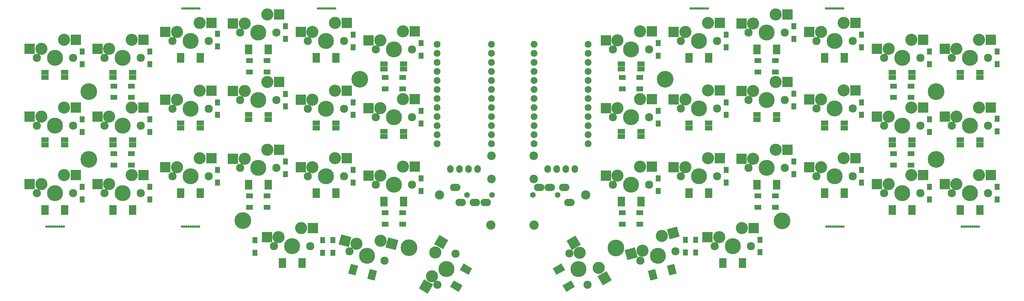
<source format=gbr>
G04 #@! TF.GenerationSoftware,KiCad,Pcbnew,5.1.5+dfsg1-2~bpo10+1*
G04 #@! TF.CreationDate,2020-11-03T09:18:59+00:00*
G04 #@! TF.ProjectId,corne-cherry,636f726e-652d-4636-9865-7272792e6b69,3.0.1*
G04 #@! TF.SameCoordinates,Original*
G04 #@! TF.FileFunction,Soldermask,Bot*
G04 #@! TF.FilePolarity,Negative*
%FSLAX46Y46*%
G04 Gerber Fmt 4.6, Leading zero omitted, Abs format (unit mm)*
G04 Created by KiCad (PCBNEW 5.1.5+dfsg1-2~bpo10+1) date 2020-11-03 09:18:59*
%MOMM*%
%LPD*%
G04 APERTURE LIST*
%ADD10C,2.600000*%
%ADD11C,4.700000*%
%ADD12C,1.924000*%
%ADD13C,2.400000*%
%ADD14O,1.797000X2.178000*%
%ADD15O,2.900000X2.100000*%
%ADD16C,1.600000*%
%ADD17C,3.400000*%
%ADD18C,0.100000*%
%ADD19C,2.300000*%
%ADD20C,4.500000*%
%ADD21R,1.900000X1.400000*%
%ADD22R,2.100000X1.400000*%
%ADD23R,2.950000X2.900000*%
%ADD24C,0.700000*%
%ADD25R,1.400000X1.800000*%
G04 APERTURE END LIST*
D10*
X168850500Y-74264000D03*
D11*
X267099500Y-64265500D03*
X191144500Y-41775500D03*
X267099500Y-45265500D03*
X223955500Y-81530500D03*
D10*
X154418500Y-82785000D03*
D11*
X177389500Y-89145000D03*
D10*
X142301500Y-82775000D03*
X127869500Y-74254000D03*
D11*
X119330500Y-89135000D03*
X72764500Y-81520500D03*
X105575500Y-41765500D03*
X29607500Y-64280000D03*
X29607500Y-45280000D03*
D12*
X127203900Y-31942000D03*
X127203900Y-34482000D03*
X127203900Y-37022000D03*
X127203900Y-39562000D03*
X127203900Y-42102000D03*
X127203900Y-44642000D03*
X127203900Y-47182000D03*
X127203900Y-49722000D03*
X127203900Y-52262000D03*
X127203900Y-54802000D03*
X127203900Y-57342000D03*
X127203900Y-59882000D03*
X142423900Y-59882000D03*
X142423900Y-57342000D03*
X142423900Y-54802000D03*
X142423900Y-52262000D03*
X142423900Y-49722000D03*
X142423900Y-47182000D03*
X142423900Y-44642000D03*
X142423900Y-42102000D03*
X142423900Y-39562000D03*
X142423900Y-37022000D03*
X142423900Y-34482000D03*
X142423900Y-31942000D03*
X154378900Y-31912000D03*
X154378900Y-34452000D03*
X154378900Y-36992000D03*
X154378900Y-39532000D03*
X154378900Y-42072000D03*
X154378900Y-44612000D03*
X154378900Y-47152000D03*
X154378900Y-49692000D03*
X154378900Y-52232000D03*
X154378900Y-54772000D03*
X154378900Y-57312000D03*
X154378900Y-59852000D03*
X169598900Y-59852000D03*
X169598900Y-57312000D03*
X169598900Y-54772000D03*
X169598900Y-52232000D03*
X169598900Y-49692000D03*
X169598900Y-47152000D03*
X169598900Y-44612000D03*
X169598900Y-42072000D03*
X169598900Y-39532000D03*
X169598900Y-36992000D03*
X169598900Y-34452000D03*
X169598900Y-31912000D03*
D13*
X154304500Y-63272000D03*
X154304500Y-69772000D03*
X142424500Y-63281000D03*
X142424500Y-69781000D03*
D14*
X165797500Y-67020000D03*
X163257500Y-67020000D03*
X160717500Y-67020000D03*
X158177500Y-67020000D03*
X138568500Y-67028000D03*
X136028500Y-67028000D03*
X133488500Y-67028000D03*
X130948500Y-67028000D03*
D15*
X164337500Y-76370000D03*
X162837500Y-72170000D03*
X158837500Y-72170000D03*
X155837500Y-72170000D03*
D16*
X161037500Y-74270000D03*
X154037500Y-74270000D03*
D15*
X132334500Y-72192000D03*
X133834500Y-76392000D03*
X137834500Y-76392000D03*
X140834500Y-76392000D03*
D16*
X135634500Y-74292000D03*
X142634500Y-74292000D03*
D17*
X126728091Y-90415295D03*
X125752795Y-97184557D03*
D18*
G36*
X127860854Y-85553293D02*
G01*
X130372328Y-87003293D01*
X128897328Y-89558067D01*
X126385854Y-88108067D01*
X127860854Y-85553293D01*
G37*
D19*
X127317500Y-99554409D03*
X132397500Y-90755591D03*
D20*
X129857500Y-95155000D03*
D18*
G36*
X123597058Y-98018403D02*
G01*
X126108532Y-99468403D01*
X124633532Y-102023177D01*
X122122058Y-100573177D01*
X123597058Y-98018403D01*
G37*
D17*
X172533909Y-94809705D03*
X167159205Y-90580443D03*
D18*
G36*
X176178146Y-98221707D02*
G01*
X173666672Y-99671707D01*
X172191672Y-97116933D01*
X174703146Y-95666933D01*
X176178146Y-98221707D01*
G37*
D19*
X164324500Y-90750591D03*
X169404500Y-99549409D03*
D20*
X166864500Y-95150000D03*
D18*
G36*
X167514942Y-88296597D02*
G01*
X165003468Y-89746597D01*
X163528468Y-87191823D01*
X166039942Y-85741823D01*
X167514942Y-88296597D01*
G37*
D21*
X41557500Y-43680000D03*
X41557500Y-46880000D03*
X36657500Y-43680000D03*
X36657500Y-46880000D03*
X79557500Y-36555000D03*
X79557500Y-39755000D03*
X74657500Y-36555000D03*
X74657500Y-39755000D03*
X117557500Y-41305000D03*
X117557500Y-44505000D03*
X112657500Y-41305000D03*
X112657500Y-44505000D03*
X41557500Y-62680000D03*
X41557500Y-65880000D03*
X36657500Y-62680000D03*
X36657500Y-65880000D03*
X79557500Y-74555000D03*
X79557500Y-77755000D03*
X74657500Y-74555000D03*
X74657500Y-77755000D03*
X117557500Y-79305000D03*
X117557500Y-82505000D03*
X112657500Y-79305000D03*
X112657500Y-82505000D03*
X260057500Y-43680000D03*
X260057500Y-46880000D03*
X255157500Y-43680000D03*
X255157500Y-46880000D03*
X222057500Y-36555000D03*
X222057500Y-39755000D03*
X217157500Y-36555000D03*
X217157500Y-39755000D03*
X184057500Y-41305000D03*
X184057500Y-44505000D03*
X179157500Y-41305000D03*
X179157500Y-44505000D03*
X260057500Y-62680000D03*
X260057500Y-65880000D03*
X255157500Y-62680000D03*
X255157500Y-65880000D03*
X222057500Y-74555000D03*
X222057500Y-77755000D03*
X217157500Y-74555000D03*
X217157500Y-77755000D03*
X184057500Y-79305000D03*
X184057500Y-82505000D03*
X179157500Y-79305000D03*
X179157500Y-82505000D03*
D18*
G36*
X108020184Y-96433140D02*
G01*
X108382530Y-95080844D01*
X110410974Y-95624364D01*
X110048628Y-96976660D01*
X108020184Y-96433140D01*
G37*
G36*
X107657838Y-97785436D02*
G01*
X108020184Y-96433140D01*
X110048628Y-96976660D01*
X109686282Y-98328956D01*
X107657838Y-97785436D01*
G37*
G36*
X102707592Y-95009636D02*
G01*
X103069938Y-93657340D01*
X105098382Y-94200860D01*
X104736036Y-95553156D01*
X102707592Y-95009636D01*
G37*
G36*
X102345246Y-96361932D02*
G01*
X102707592Y-95009636D01*
X104736036Y-95553156D01*
X104373690Y-96905452D01*
X102345246Y-96361932D01*
G37*
D22*
X22857500Y-39830000D03*
X22857500Y-41230000D03*
X17357500Y-39830000D03*
X17357500Y-41230000D03*
X41857500Y-39830000D03*
X41857500Y-41230000D03*
X36357500Y-39830000D03*
X36357500Y-41230000D03*
X60857500Y-35080000D03*
X60857500Y-36480000D03*
X55357500Y-35080000D03*
X55357500Y-36480000D03*
X79857500Y-32705000D03*
X79857500Y-34105000D03*
X74357500Y-32705000D03*
X74357500Y-34105000D03*
X98857500Y-35080000D03*
X98857500Y-36480000D03*
X93357500Y-35080000D03*
X93357500Y-36480000D03*
X117857500Y-37455000D03*
X117857500Y-38855000D03*
X112357500Y-37455000D03*
X112357500Y-38855000D03*
X22857500Y-58830000D03*
X22857500Y-60230000D03*
X17357500Y-58830000D03*
X17357500Y-60230000D03*
X41857500Y-58830000D03*
X41857500Y-60230000D03*
X36357500Y-58830000D03*
X36357500Y-60230000D03*
X60857500Y-54080000D03*
X60857500Y-55480000D03*
X55357500Y-54080000D03*
X55357500Y-55480000D03*
X79857500Y-51705000D03*
X79857500Y-53105000D03*
X74357500Y-51705000D03*
X74357500Y-53105000D03*
X98857500Y-54080000D03*
X98857500Y-55480000D03*
X93357500Y-54080000D03*
X93357500Y-55480000D03*
X117857500Y-56455000D03*
X117857500Y-57855000D03*
X112357500Y-56455000D03*
X112357500Y-57855000D03*
X22857500Y-77830000D03*
X22857500Y-79230000D03*
X17357500Y-77830000D03*
X17357500Y-79230000D03*
X41857500Y-77830000D03*
X41857500Y-79230000D03*
X36357500Y-77830000D03*
X36357500Y-79230000D03*
X60857500Y-73080000D03*
X60857500Y-74480000D03*
X55357500Y-73080000D03*
X55357500Y-74480000D03*
X79857500Y-70705000D03*
X79857500Y-72105000D03*
X74357500Y-70705000D03*
X74357500Y-72105000D03*
X117857500Y-75455000D03*
X117857500Y-76855000D03*
X112357500Y-75455000D03*
X112357500Y-76855000D03*
X89357500Y-92705000D03*
X89357500Y-94105000D03*
X83857500Y-92705000D03*
X83857500Y-94105000D03*
D18*
G36*
X134821121Y-96057757D02*
G01*
X133608685Y-95357757D01*
X134658685Y-93539103D01*
X135871121Y-94239103D01*
X134821121Y-96057757D01*
G37*
G36*
X136033557Y-96757757D02*
G01*
X134821121Y-96057757D01*
X135871121Y-94239103D01*
X137083557Y-94939103D01*
X136033557Y-96757757D01*
G37*
G36*
X132071121Y-100820897D02*
G01*
X130858685Y-100120897D01*
X131908685Y-98302243D01*
X133121121Y-99002243D01*
X132071121Y-100820897D01*
G37*
G36*
X133283557Y-101520897D02*
G01*
X132071121Y-100820897D01*
X133121121Y-99002243D01*
X134333557Y-99702243D01*
X133283557Y-101520897D01*
G37*
D22*
X222357500Y-51705000D03*
X222357500Y-53105000D03*
X216857500Y-51705000D03*
X216857500Y-53105000D03*
X203357500Y-54080000D03*
X203357500Y-55480000D03*
X197857500Y-54080000D03*
X197857500Y-55480000D03*
X184357500Y-56455000D03*
X184357500Y-57855000D03*
X178857500Y-56455000D03*
X178857500Y-57855000D03*
X279357500Y-77830000D03*
X279357500Y-79230000D03*
X273857500Y-77830000D03*
X273857500Y-79230000D03*
X260357500Y-77830000D03*
X260357500Y-79230000D03*
X254857500Y-77830000D03*
X254857500Y-79230000D03*
X241357500Y-73080000D03*
X241357500Y-74480000D03*
X235857500Y-73080000D03*
X235857500Y-74480000D03*
X222357500Y-70705000D03*
X222357500Y-72105000D03*
X216857500Y-70705000D03*
X216857500Y-72105000D03*
X203357500Y-73080000D03*
X203357500Y-74480000D03*
X197857500Y-73080000D03*
X197857500Y-74480000D03*
X184357500Y-75455000D03*
X184357500Y-76855000D03*
X178857500Y-75455000D03*
X178857500Y-76855000D03*
X212857500Y-92705000D03*
X212857500Y-94105000D03*
X207357500Y-92705000D03*
X207357500Y-94105000D03*
D18*
G36*
X191985964Y-95548156D02*
G01*
X191623618Y-94195860D01*
X193652062Y-93652340D01*
X194014408Y-95004636D01*
X191985964Y-95548156D01*
G37*
G36*
X192348310Y-96900452D02*
G01*
X191985964Y-95548156D01*
X194014408Y-95004636D01*
X194376754Y-96356932D01*
X192348310Y-96900452D01*
G37*
G36*
X186673372Y-96971660D02*
G01*
X186311026Y-95619364D01*
X188339470Y-95075844D01*
X188701816Y-96428140D01*
X186673372Y-96971660D01*
G37*
G36*
X187035718Y-98323956D02*
G01*
X186673372Y-96971660D01*
X188701816Y-96428140D01*
X189064162Y-97780436D01*
X187035718Y-98323956D01*
G37*
G36*
X163600879Y-98997243D02*
G01*
X164813315Y-98297243D01*
X165863315Y-100115897D01*
X164650879Y-100815897D01*
X163600879Y-98997243D01*
G37*
G36*
X162388443Y-99697243D02*
G01*
X163600879Y-98997243D01*
X164650879Y-100815897D01*
X163438443Y-101515897D01*
X162388443Y-99697243D01*
G37*
G36*
X160850879Y-94234103D02*
G01*
X162063315Y-93534103D01*
X163113315Y-95352757D01*
X161900879Y-96052757D01*
X160850879Y-94234103D01*
G37*
G36*
X159638443Y-94934103D02*
G01*
X160850879Y-94234103D01*
X161900879Y-96052757D01*
X160688443Y-96752757D01*
X159638443Y-94934103D01*
G37*
D22*
X98857500Y-73080000D03*
X98857500Y-74480000D03*
X93357500Y-73080000D03*
X93357500Y-74480000D03*
X279357500Y-39830000D03*
X279357500Y-41230000D03*
X273857500Y-39830000D03*
X273857500Y-41230000D03*
X260357500Y-39830000D03*
X260357500Y-41230000D03*
X254857500Y-39830000D03*
X254857500Y-41230000D03*
X241357500Y-35080000D03*
X241357500Y-36480000D03*
X235857500Y-35080000D03*
X235857500Y-36480000D03*
X222357500Y-32705000D03*
X222357500Y-34105000D03*
X216857500Y-32705000D03*
X216857500Y-34105000D03*
X203357500Y-35080000D03*
X203357500Y-36480000D03*
X197857500Y-35080000D03*
X197857500Y-36480000D03*
X184357500Y-37455000D03*
X184357500Y-38855000D03*
X178857500Y-37455000D03*
X178857500Y-38855000D03*
X279357500Y-58830000D03*
X279357500Y-60230000D03*
X273857500Y-58830000D03*
X273857500Y-60230000D03*
X260357500Y-58830000D03*
X260357500Y-60230000D03*
X254857500Y-58830000D03*
X254857500Y-60230000D03*
X241357500Y-54080000D03*
X241357500Y-55480000D03*
X235857500Y-54080000D03*
X235857500Y-55480000D03*
D17*
X117647500Y-28325000D03*
X111297500Y-30865000D03*
D23*
X120949500Y-28325000D03*
D19*
X110027500Y-33405000D03*
X120187500Y-33405000D03*
D20*
X115107500Y-33405000D03*
D23*
X108022500Y-30865000D03*
D17*
X184154500Y-47320000D03*
X177804500Y-49860000D03*
D23*
X187456500Y-47320000D03*
D19*
X176534500Y-52400000D03*
X186694500Y-52400000D03*
D20*
X181614500Y-52400000D03*
D23*
X174529500Y-49860000D03*
D17*
X184154500Y-66320000D03*
X177804500Y-68860000D03*
D23*
X187456500Y-66320000D03*
D19*
X176534500Y-71400000D03*
X186694500Y-71400000D03*
D20*
X181614500Y-71400000D03*
D23*
X174529500Y-68860000D03*
D17*
X22647500Y-68700000D03*
X16297500Y-71240000D03*
D23*
X25949500Y-68700000D03*
D19*
X15027500Y-73780000D03*
X25187500Y-73780000D03*
D20*
X20107500Y-73780000D03*
D23*
X13022500Y-71240000D03*
D17*
X260154500Y-68695000D03*
X253804500Y-71235000D03*
D23*
X263456500Y-68695000D03*
D19*
X252534500Y-73775000D03*
X262694500Y-73775000D03*
D20*
X257614500Y-73775000D03*
D23*
X250529500Y-71235000D03*
D17*
X222154500Y-61570000D03*
X215804500Y-64110000D03*
D23*
X225456500Y-61570000D03*
D19*
X214534500Y-66650000D03*
X224694500Y-66650000D03*
D20*
X219614500Y-66650000D03*
D23*
X212529500Y-64110000D03*
D17*
X41647500Y-68700000D03*
X35297500Y-71240000D03*
D23*
X44949500Y-68700000D03*
D19*
X34027500Y-73780000D03*
X44187500Y-73780000D03*
D20*
X39107500Y-73780000D03*
D23*
X32022500Y-71240000D03*
D17*
X22647500Y-49700000D03*
X16297500Y-52240000D03*
D23*
X25949500Y-49700000D03*
D19*
X15027500Y-54780000D03*
X25187500Y-54780000D03*
D20*
X20107500Y-54780000D03*
D23*
X13022500Y-52240000D03*
D17*
X41647500Y-49700000D03*
X35297500Y-52240000D03*
D23*
X44949500Y-49700000D03*
D19*
X34027500Y-54780000D03*
X44187500Y-54780000D03*
D20*
X39107500Y-54780000D03*
D23*
X32022500Y-52240000D03*
D17*
X22647500Y-30700000D03*
X16297500Y-33240000D03*
D23*
X25949500Y-30700000D03*
D19*
X15027500Y-35780000D03*
X25187500Y-35780000D03*
D20*
X20107500Y-35780000D03*
D23*
X13022500Y-33240000D03*
D17*
X41647500Y-30700000D03*
X35297500Y-33240000D03*
D23*
X44949500Y-30700000D03*
D19*
X34027500Y-35780000D03*
X44187500Y-35780000D03*
D20*
X39107500Y-35780000D03*
D23*
X32022500Y-33240000D03*
D17*
X60647500Y-25950000D03*
X54297500Y-28490000D03*
D23*
X63949500Y-25950000D03*
D19*
X53027500Y-31030000D03*
X63187500Y-31030000D03*
D20*
X58107500Y-31030000D03*
D23*
X51022500Y-28490000D03*
D17*
X79647500Y-23575000D03*
X73297500Y-26115000D03*
D23*
X82949500Y-23575000D03*
D19*
X72027500Y-28655000D03*
X82187500Y-28655000D03*
D20*
X77107500Y-28655000D03*
D23*
X70022500Y-26115000D03*
D17*
X98647500Y-25950000D03*
X92297500Y-28490000D03*
D23*
X101949500Y-25950000D03*
D19*
X91027500Y-31030000D03*
X101187500Y-31030000D03*
D20*
X96107500Y-31030000D03*
D23*
X89022500Y-28490000D03*
D17*
X60647500Y-44950000D03*
X54297500Y-47490000D03*
D23*
X63949500Y-44950000D03*
D19*
X53027500Y-50030000D03*
X63187500Y-50030000D03*
D20*
X58107500Y-50030000D03*
D23*
X51022500Y-47490000D03*
D17*
X79647500Y-42575000D03*
X73297500Y-45115000D03*
D23*
X82949500Y-42575000D03*
D19*
X72027500Y-47655000D03*
X82187500Y-47655000D03*
D20*
X77107500Y-47655000D03*
D23*
X70022500Y-45115000D03*
D17*
X98647500Y-44950000D03*
X92297500Y-47490000D03*
D23*
X101949500Y-44950000D03*
D19*
X91027500Y-50030000D03*
X101187500Y-50030000D03*
D20*
X96107500Y-50030000D03*
D23*
X89022500Y-47490000D03*
D17*
X117647500Y-47325000D03*
X111297500Y-49865000D03*
D23*
X120949500Y-47325000D03*
D19*
X110027500Y-52405000D03*
X120187500Y-52405000D03*
D20*
X115107500Y-52405000D03*
D23*
X108022500Y-49865000D03*
D17*
X60647500Y-63950000D03*
X54297500Y-66490000D03*
D23*
X63949500Y-63950000D03*
D19*
X53027500Y-69030000D03*
X63187500Y-69030000D03*
D20*
X58107500Y-69030000D03*
D23*
X51022500Y-66490000D03*
D17*
X79647500Y-61575000D03*
X73297500Y-64115000D03*
D23*
X82949500Y-61575000D03*
D19*
X72027500Y-66655000D03*
X82187500Y-66655000D03*
D20*
X77107500Y-66655000D03*
D23*
X70022500Y-64115000D03*
D17*
X98647500Y-63950000D03*
X92297500Y-66490000D03*
D23*
X101949500Y-63950000D03*
D19*
X91027500Y-69030000D03*
X101187500Y-69030000D03*
D20*
X96107500Y-69030000D03*
D23*
X89022500Y-66490000D03*
D17*
X117647500Y-66325000D03*
X111297500Y-68865000D03*
D23*
X120949500Y-66325000D03*
D19*
X110027500Y-71405000D03*
X120187500Y-71405000D03*
D20*
X115107500Y-71405000D03*
D23*
X108022500Y-68865000D03*
D17*
X89147500Y-83575000D03*
X82797500Y-86115000D03*
D23*
X92449500Y-83575000D03*
D19*
X81527500Y-88655000D03*
X91687500Y-88655000D03*
D20*
X86607500Y-88655000D03*
D23*
X79522500Y-86115000D03*
D17*
X111375752Y-87155497D03*
X104584723Y-87965448D03*
D18*
G36*
X116365267Y-86991284D02*
G01*
X115614692Y-89792469D01*
X112765211Y-89028952D01*
X113515786Y-86227767D01*
X116365267Y-86991284D01*
G37*
D19*
X102700597Y-90090199D03*
X112514403Y-92719801D03*
D20*
X107607500Y-91405000D03*
D18*
G36*
X103221344Y-86098981D02*
G01*
X102470769Y-88900166D01*
X99621288Y-88136649D01*
X100371863Y-85335464D01*
X103221344Y-86098981D01*
G37*
D17*
X279154500Y-30695000D03*
X272804500Y-33235000D03*
D23*
X282456500Y-30695000D03*
D19*
X271534500Y-35775000D03*
X281694500Y-35775000D03*
D20*
X276614500Y-35775000D03*
D23*
X269529500Y-33235000D03*
D17*
X260154500Y-30695000D03*
X253804500Y-33235000D03*
D23*
X263456500Y-30695000D03*
D19*
X252534500Y-35775000D03*
X262694500Y-35775000D03*
D20*
X257614500Y-35775000D03*
D23*
X250529500Y-33235000D03*
D17*
X241154500Y-25945000D03*
X234804500Y-28485000D03*
D23*
X244456500Y-25945000D03*
D19*
X233534500Y-31025000D03*
X243694500Y-31025000D03*
D20*
X238614500Y-31025000D03*
D23*
X231529500Y-28485000D03*
D17*
X222154500Y-23570000D03*
X215804500Y-26110000D03*
D23*
X225456500Y-23570000D03*
D19*
X214534500Y-28650000D03*
X224694500Y-28650000D03*
D20*
X219614500Y-28650000D03*
D23*
X212529500Y-26110000D03*
D17*
X203154500Y-25945000D03*
X196804500Y-28485000D03*
D23*
X206456500Y-25945000D03*
D19*
X195534500Y-31025000D03*
X205694500Y-31025000D03*
D20*
X200614500Y-31025000D03*
D23*
X193529500Y-28485000D03*
D17*
X184147500Y-28325000D03*
X177797500Y-30865000D03*
D23*
X187449500Y-28325000D03*
D19*
X176527500Y-33405000D03*
X186687500Y-33405000D03*
D20*
X181607500Y-33405000D03*
D23*
X174522500Y-30865000D03*
D17*
X279154500Y-49695000D03*
X272804500Y-52235000D03*
D23*
X282456500Y-49695000D03*
D19*
X271534500Y-54775000D03*
X281694500Y-54775000D03*
D20*
X276614500Y-54775000D03*
D23*
X269529500Y-52235000D03*
D17*
X260154500Y-49695000D03*
X253804500Y-52235000D03*
D23*
X263456500Y-49695000D03*
D19*
X252534500Y-54775000D03*
X262694500Y-54775000D03*
D20*
X257614500Y-54775000D03*
D23*
X250529500Y-52235000D03*
D17*
X241154500Y-44945000D03*
X234804500Y-47485000D03*
D23*
X244456500Y-44945000D03*
D19*
X233534500Y-50025000D03*
X243694500Y-50025000D03*
D20*
X238614500Y-50025000D03*
D23*
X231529500Y-47485000D03*
D17*
X222154500Y-42570000D03*
X215804500Y-45110000D03*
D23*
X225456500Y-42570000D03*
D19*
X214534500Y-47650000D03*
X224694500Y-47650000D03*
D20*
X219614500Y-47650000D03*
D23*
X212529500Y-45110000D03*
D17*
X203154500Y-44945000D03*
X196804500Y-47485000D03*
D23*
X206456500Y-44945000D03*
D19*
X195534500Y-50025000D03*
X205694500Y-50025000D03*
D20*
X200614500Y-50025000D03*
D23*
X193529500Y-47485000D03*
D17*
X279154500Y-68695000D03*
X272804500Y-71235000D03*
D23*
X282456500Y-68695000D03*
D19*
X271534500Y-73775000D03*
X281694500Y-73775000D03*
D20*
X276614500Y-73775000D03*
D23*
X269529500Y-71235000D03*
D17*
X241154500Y-63945000D03*
X234804500Y-66485000D03*
D23*
X244456500Y-63945000D03*
D19*
X233534500Y-69025000D03*
X243694500Y-69025000D03*
D20*
X238614500Y-69025000D03*
D23*
X231529500Y-66485000D03*
D17*
X203154500Y-63945000D03*
X196804500Y-66485000D03*
D23*
X206456500Y-63945000D03*
D19*
X195534500Y-69025000D03*
X205694500Y-69025000D03*
D20*
X200614500Y-69025000D03*
D23*
X193529500Y-66485000D03*
D17*
X212654500Y-83570000D03*
X206304500Y-86110000D03*
D23*
X215956500Y-83570000D03*
D19*
X205034500Y-88650000D03*
X215194500Y-88650000D03*
D20*
X210114500Y-88650000D03*
D23*
X203029500Y-86110000D03*
D17*
X190253151Y-85835696D03*
X184776922Y-89932649D03*
D18*
G36*
X194492091Y-83198725D02*
G01*
X195242666Y-85999910D01*
X192393185Y-86763427D01*
X191642610Y-83962242D01*
X194492091Y-83198725D01*
G37*
D19*
X184207597Y-92714801D03*
X194021403Y-90085199D03*
D20*
X189114500Y-91400000D03*
D18*
G36*
X182662968Y-88997930D02*
G01*
X183413543Y-91799115D01*
X180564062Y-92562632D01*
X179813487Y-89761447D01*
X182662968Y-88997930D01*
G37*
D24*
X238649500Y-21870000D03*
X238055750Y-21870000D03*
X237462000Y-21870000D03*
X236868250Y-21870000D03*
X236274500Y-21870000D03*
X240430750Y-21870000D03*
X239243250Y-21870000D03*
X241024500Y-21870000D03*
X239837000Y-21870000D03*
X200737500Y-21885000D03*
X200143750Y-21885000D03*
X199550000Y-21885000D03*
X198956250Y-21885000D03*
X198362500Y-21885000D03*
X202518750Y-21885000D03*
X201331250Y-21885000D03*
X203112500Y-21885000D03*
X201925000Y-21885000D03*
X238741500Y-83193000D03*
X238147750Y-83193000D03*
X237554000Y-83193000D03*
X236960250Y-83193000D03*
X236366500Y-83193000D03*
X240522750Y-83193000D03*
X239335250Y-83193000D03*
X241116500Y-83193000D03*
X239929000Y-83193000D03*
X276655500Y-83183000D03*
X276061750Y-83183000D03*
X275468000Y-83183000D03*
X274874250Y-83183000D03*
X274280500Y-83183000D03*
X278436750Y-83183000D03*
X277249250Y-83183000D03*
X279030500Y-83183000D03*
X277843000Y-83183000D03*
X56936000Y-83178000D03*
X55748500Y-83178000D03*
X57529750Y-83178000D03*
X56342250Y-83178000D03*
X60498500Y-83178000D03*
X59904750Y-83178000D03*
X59311000Y-83178000D03*
X58717250Y-83178000D03*
X58123500Y-83178000D03*
X18975000Y-83176000D03*
X17787500Y-83176000D03*
X19568750Y-83176000D03*
X18381250Y-83176000D03*
X22537500Y-83176000D03*
X21943750Y-83176000D03*
X21350000Y-83176000D03*
X20756250Y-83176000D03*
X20162500Y-83176000D03*
X95020000Y-21873000D03*
X93832500Y-21873000D03*
X95613750Y-21873000D03*
X94426250Y-21873000D03*
X98582500Y-21873000D03*
X97988750Y-21873000D03*
X97395000Y-21873000D03*
X96801250Y-21873000D03*
X96207500Y-21873000D03*
X57049250Y-21869000D03*
X55861750Y-21869000D03*
X57643000Y-21869000D03*
X56455500Y-21869000D03*
X60611750Y-21869000D03*
X60018000Y-21869000D03*
X59424250Y-21869000D03*
X58830500Y-21869000D03*
X58236750Y-21869000D03*
D25*
X103707500Y-48255000D03*
X103707500Y-51805000D03*
X65707500Y-48255000D03*
X65707500Y-51805000D03*
X227214500Y-26875000D03*
X227214500Y-30425000D03*
X27734500Y-34001875D03*
X27734500Y-37551875D03*
X46734500Y-34005000D03*
X46734500Y-37555000D03*
X65707500Y-29005000D03*
X65707500Y-32555000D03*
X84707500Y-26880000D03*
X84707500Y-30430000D03*
X103707500Y-29255000D03*
X103707500Y-32805000D03*
X122707500Y-31630000D03*
X122707500Y-35180000D03*
X27734500Y-53001875D03*
X27734500Y-56551875D03*
X46734500Y-53005000D03*
X46734500Y-56555000D03*
X84707500Y-45880000D03*
X84707500Y-49430000D03*
X122707500Y-50630000D03*
X122707500Y-54180000D03*
X27734500Y-72001875D03*
X27734500Y-75551875D03*
X46734500Y-72005000D03*
X46734500Y-75555000D03*
X65707500Y-67255000D03*
X65707500Y-70805000D03*
X84707500Y-64880000D03*
X84707500Y-68430000D03*
X103707500Y-67255000D03*
X103707500Y-70805000D03*
X122707500Y-69630000D03*
X122707500Y-73180000D03*
X76157500Y-86995000D03*
X76157500Y-90545000D03*
X95164500Y-86990000D03*
X95164500Y-90540000D03*
X98007500Y-86990000D03*
X98007500Y-90540000D03*
X284214500Y-34000000D03*
X284214500Y-37550000D03*
X265214500Y-34000000D03*
X265214500Y-37550000D03*
X246214500Y-29250000D03*
X246214500Y-32800000D03*
X208214500Y-29250000D03*
X208214500Y-32800000D03*
X189207500Y-31630000D03*
X189207500Y-35180000D03*
X284214500Y-52850000D03*
X284214500Y-56400000D03*
X265214500Y-53000000D03*
X265214500Y-56550000D03*
X246214500Y-48250000D03*
X246214500Y-51800000D03*
X227214500Y-45875000D03*
X227214500Y-49425000D03*
X208214500Y-48250000D03*
X208214500Y-51800000D03*
X189207500Y-50630000D03*
X189207500Y-54180000D03*
X284214500Y-72000000D03*
X284214500Y-75550000D03*
X265214500Y-72000000D03*
X265214500Y-75550000D03*
X246214500Y-67250000D03*
X246214500Y-70800000D03*
X227214500Y-64875000D03*
X227214500Y-68425000D03*
X208214500Y-67250000D03*
X208214500Y-70800000D03*
X189207500Y-69630000D03*
X189207500Y-73180000D03*
X217714500Y-86860000D03*
X217714500Y-90410000D03*
X199664500Y-86875000D03*
X199664500Y-90425000D03*
X196814500Y-86875000D03*
X196814500Y-90425000D03*
M02*

</source>
